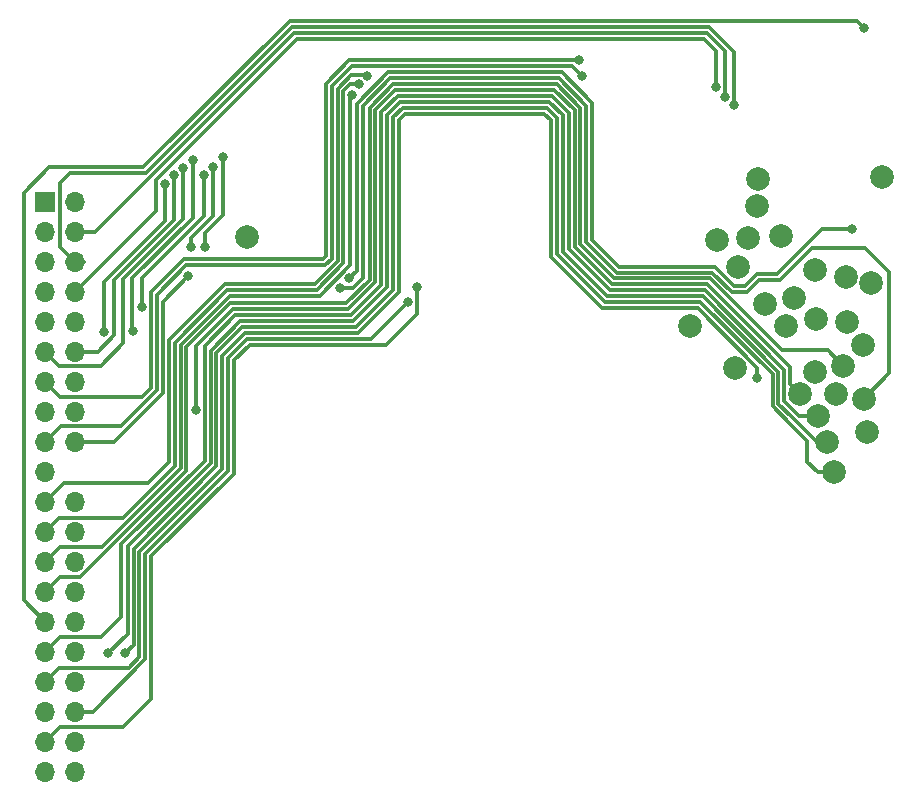
<source format=gbr>
%TF.GenerationSoftware,KiCad,Pcbnew,(5.1.6)-1*%
%TF.CreationDate,2020-08-21T18:39:33+02:00*%
%TF.ProjectId,Shiba GD-IDE,53686962-6120-4474-942d-4944452e6b69,rev?*%
%TF.SameCoordinates,Original*%
%TF.FileFunction,Copper,L2,Bot*%
%TF.FilePolarity,Positive*%
%FSLAX46Y46*%
G04 Gerber Fmt 4.6, Leading zero omitted, Abs format (unit mm)*
G04 Created by KiCad (PCBNEW (5.1.6)-1) date 2020-08-21 18:39:33*
%MOMM*%
%LPD*%
G01*
G04 APERTURE LIST*
%TA.AperFunction,ComponentPad*%
%ADD10O,1.700000X1.700000*%
%TD*%
%TA.AperFunction,ComponentPad*%
%ADD11R,1.700000X1.700000*%
%TD*%
%TA.AperFunction,ViaPad*%
%ADD12C,2.000000*%
%TD*%
%TA.AperFunction,ViaPad*%
%ADD13C,0.800000*%
%TD*%
%TA.AperFunction,Conductor*%
%ADD14C,0.300000*%
%TD*%
G04 APERTURE END LIST*
D10*
%TO.P,J1,40*%
%TO.N,GND*%
X109956600Y-139801600D03*
%TO.P,J1,39*%
%TO.N,Net-(J1-Pad39)*%
X107416600Y-139801600D03*
%TO.P,J1,38*%
%TO.N,TP256*%
X109956600Y-137261600D03*
%TO.P,J1,37*%
%TO.N,TP255*%
X107416600Y-137261600D03*
%TO.P,J1,36*%
%TO.N,TP254*%
X109956600Y-134721600D03*
%TO.P,J1,35*%
%TO.N,TP253*%
X107416600Y-134721600D03*
%TO.P,J1,34*%
%TO.N,Net-(J1-Pad34)*%
X109956600Y-132181600D03*
%TO.P,J1,33*%
%TO.N,TP252*%
X107416600Y-132181600D03*
%TO.P,J1,32*%
%TO.N,Net-(J1-Pad32)*%
X109956600Y-129641600D03*
%TO.P,J1,31*%
%TO.N,TP250*%
X107416600Y-129641600D03*
%TO.P,J1,30*%
%TO.N,GND*%
X109956600Y-127101600D03*
%TO.P,J1,29*%
%TO.N,TP249*%
X107416600Y-127101600D03*
%TO.P,J1,28*%
%TO.N,Net-(J1-Pad28)*%
X109956600Y-124561600D03*
%TO.P,J1,27*%
%TO.N,TP248*%
X107416600Y-124561600D03*
%TO.P,J1,26*%
%TO.N,GND*%
X109956600Y-122021600D03*
%TO.P,J1,25*%
%TO.N,TP247*%
X107416600Y-122021600D03*
%TO.P,J1,24*%
%TO.N,GND*%
X109956600Y-119481600D03*
%TO.P,J1,23*%
%TO.N,TP246*%
X107416600Y-119481600D03*
%TO.P,J1,22*%
%TO.N,GND*%
X109956600Y-116941600D03*
%TO.P,J1,21*%
%TO.N,TP245*%
X107416600Y-116941600D03*
%TO.P,J1,19*%
%TO.N,GND*%
X107416600Y-114401600D03*
%TO.P,J1,18*%
%TO.N,TP244*%
X109956600Y-111861600D03*
%TO.P,J1,17*%
%TO.N,TP242*%
X107416600Y-111861600D03*
%TO.P,J1,16*%
%TO.N,TP243*%
X109956600Y-109321600D03*
%TO.P,J1,15*%
%TO.N,TP241*%
X107416600Y-109321600D03*
%TO.P,J1,14*%
%TO.N,TP240*%
X109956600Y-106781600D03*
%TO.P,J1,13*%
%TO.N,TP238*%
X107416600Y-106781600D03*
%TO.P,J1,12*%
%TO.N,TP239*%
X109956600Y-104241600D03*
%TO.P,J1,11*%
%TO.N,TP237*%
X107416600Y-104241600D03*
%TO.P,J1,10*%
%TO.N,TP236*%
X109956600Y-101701600D03*
%TO.P,J1,9*%
%TO.N,TP234*%
X107416600Y-101701600D03*
%TO.P,J1,8*%
%TO.N,TP235*%
X109956600Y-99161600D03*
%TO.P,J1,7*%
%TO.N,TP233*%
X107416600Y-99161600D03*
%TO.P,J1,6*%
%TO.N,TP232*%
X109956600Y-96621600D03*
%TO.P,J1,5*%
%TO.N,TP230*%
X107416600Y-96621600D03*
%TO.P,J1,4*%
%TO.N,TP231*%
X109956600Y-94081600D03*
%TO.P,J1,3*%
%TO.N,TP229*%
X107416600Y-94081600D03*
%TO.P,J1,2*%
%TO.N,GND*%
X109956600Y-91541600D03*
D11*
%TO.P,J1,1*%
%TO.N,TP226*%
X107416600Y-91541600D03*
%TD*%
D12*
%TO.N,*%
X178282600Y-89433400D03*
%TO.N,GND*%
X124485400Y-94488000D03*
%TO.N,TP256*%
X174244000Y-114427000D03*
D13*
X114198400Y-129725637D03*
D12*
%TO.N,TP255*%
X176961800Y-111023400D03*
D13*
X175768000Y-93853000D03*
X138912600Y-98755200D03*
X133164556Y-98025730D03*
D12*
%TO.N,TP254*%
X176733200Y-108229400D03*
D13*
X138149087Y-100023687D03*
X132384798Y-98805487D03*
%TO.N,TP253*%
X112776000Y-129717800D03*
D12*
X173611102Y-111910298D03*
%TO.N,TP252*%
X174371000Y-107848400D03*
D13*
X167716200Y-106426000D03*
D12*
%TO.N,TP250*%
X172872400Y-109651800D03*
D13*
%TO.N,TP249*%
X176758598Y-76860400D03*
D12*
%TO.N,TP248*%
X174980600Y-105435400D03*
%TO.N,TP247*%
X176657000Y-103657400D03*
D13*
X133421707Y-82532545D03*
D12*
%TO.N,TP246*%
X175336200Y-101727000D03*
D13*
X134006747Y-81583973D03*
D12*
%TO.N,TP245*%
X172720000Y-101498400D03*
D13*
X134703836Y-80866971D03*
D12*
%TO.N,TP244*%
X172618400Y-105943400D03*
D13*
X119503373Y-97851947D03*
D12*
%TO.N,TP242*%
X170154600Y-102031788D03*
D13*
X152831800Y-80848200D03*
D12*
%TO.N,TP243*%
X171348411Y-107772200D03*
D13*
X120164912Y-109194600D03*
D12*
%TO.N,TP241*%
X170789600Y-99695000D03*
D13*
X119938800Y-88011000D03*
X114833400Y-102514400D03*
D12*
%TO.N,TP240*%
X177317400Y-98399600D03*
D13*
X117564610Y-90047316D03*
X112369600Y-102539798D03*
D12*
%TO.N,TP238*%
X168351200Y-100152200D03*
D13*
X152603200Y-79552800D03*
D12*
%TO.N,TP239*%
X175209200Y-97891600D03*
D13*
X118314620Y-89277932D03*
D12*
%TO.N,TP237*%
X172618400Y-97332800D03*
D13*
X119126000Y-88671400D03*
D12*
%TO.N,TP236*%
X165836600Y-105638600D03*
%TO.N,TP234*%
X169722800Y-94462600D03*
D13*
X120867332Y-89306400D03*
X115619742Y-100406200D03*
D12*
%TO.N,TP235*%
X166065200Y-97053400D03*
D13*
X164185602Y-81813400D03*
D12*
%TO.N,TP233*%
X162052000Y-102057200D03*
%TO.N,TP232*%
X166954200Y-94564200D03*
D13*
X165697610Y-83362800D03*
D12*
%TO.N,TP230*%
X167665400Y-91871800D03*
D13*
X121640600Y-88595198D03*
X119761000Y-95377000D03*
D12*
%TO.N,TP231*%
X164312600Y-94767400D03*
D13*
X164954113Y-82653264D03*
D12*
%TO.N,TP229*%
X167741600Y-89636600D03*
D13*
X122453400Y-87757000D03*
X120929400Y-95351598D03*
%TD*%
D14*
%TO.N,TP256*%
X174244000Y-114427000D02*
X174142400Y-114427000D01*
X114896553Y-120936803D02*
X114896552Y-129027485D01*
X124113009Y-102144545D02*
X121914943Y-104342613D01*
X121914942Y-113918412D02*
X114896553Y-120936803D01*
X174244000Y-114427000D02*
X172829787Y-114427000D01*
X172829787Y-114427000D02*
X171932600Y-113529813D01*
X168998082Y-106150325D02*
X162884104Y-100036347D01*
X114896552Y-129027485D02*
X114198400Y-129725637D01*
X150737438Y-84418970D02*
X149892464Y-83573996D01*
X136876744Y-98991098D02*
X133723296Y-102144545D01*
X149892464Y-83573996D02*
X137687467Y-83573996D01*
X137687467Y-83573996D02*
X136876745Y-84384718D01*
X133723296Y-102144545D02*
X124113009Y-102144545D01*
X121914943Y-104342613D02*
X121914942Y-113918412D01*
X136876745Y-84384718D02*
X136876744Y-98991098D01*
X150737438Y-95975970D02*
X150737438Y-84418970D01*
X154797815Y-100036347D02*
X150737438Y-95975970D01*
X162884104Y-100036347D02*
X154797815Y-100036347D01*
X168998082Y-108817689D02*
X168998082Y-106150325D01*
X170430602Y-110254343D02*
X168998082Y-108817689D01*
X171932600Y-111756341D02*
X170430602Y-110254343D01*
X171932600Y-113529813D02*
X171932600Y-111756341D01*
%TO.N,TP255*%
X133775399Y-97414887D02*
X133164556Y-98025730D01*
X133775399Y-83243331D02*
X133775399Y-97414887D01*
X136444802Y-80573929D02*
X133775399Y-83243331D01*
X166649400Y-98679000D02*
X165769485Y-98679000D01*
X175768000Y-93853000D02*
X173228000Y-93853000D01*
X164104232Y-97013747D02*
X156017947Y-97013747D01*
X153737504Y-83176304D02*
X151135129Y-80573929D01*
X167665398Y-97663002D02*
X166649400Y-98679000D01*
X169417999Y-97663001D02*
X167665398Y-97663002D01*
X173228000Y-93853000D02*
X169417999Y-97663001D01*
X156017947Y-97013747D02*
X153737504Y-94733304D01*
X153737504Y-94733304D02*
X153737504Y-83176304D01*
X165769485Y-98679000D02*
X164104232Y-97013747D01*
X151135129Y-80573929D02*
X136444802Y-80573929D01*
X138912600Y-101015800D02*
X138912600Y-98755200D01*
X136283822Y-103644578D02*
X138912600Y-101015800D01*
X124734342Y-103644578D02*
X136283822Y-103644578D01*
X123414973Y-104963947D02*
X124734342Y-103644578D01*
X123414973Y-114539747D02*
X123414973Y-104963947D01*
X116404573Y-121550147D02*
X123414973Y-114539747D01*
X116404573Y-133633278D02*
X116404573Y-121550147D01*
X114046251Y-135991600D02*
X116404573Y-133633278D01*
X108686600Y-135991600D02*
X114046251Y-135991600D01*
X107416600Y-137261600D02*
X108686600Y-135991600D01*
%TO.N,TP254*%
X133466518Y-98805487D02*
X132384798Y-98805487D01*
X134328164Y-97943841D02*
X133466518Y-98805487D01*
X134328164Y-83397689D02*
X134328164Y-97943841D01*
X136651913Y-81073940D02*
X134328164Y-83397689D01*
X150928018Y-81073940D02*
X136651913Y-81073940D01*
X153237493Y-83383415D02*
X150928018Y-81073940D01*
X153237493Y-94940415D02*
X153237493Y-83383415D01*
X155818825Y-97521747D02*
X153237493Y-94940415D01*
X163905110Y-97521747D02*
X155818825Y-97521747D01*
X165562373Y-99179010D02*
X163905110Y-97521747D01*
X169625110Y-98163012D02*
X167872510Y-98163012D01*
X172360322Y-95427800D02*
X169625110Y-98163012D01*
X176860200Y-95427800D02*
X172360322Y-95427800D01*
X178892200Y-97459800D02*
X176860200Y-95427800D01*
X178892200Y-106070400D02*
X178892200Y-97459800D01*
X176733200Y-108229400D02*
X178892200Y-106070400D01*
X166856511Y-99179011D02*
X165562373Y-99179010D01*
X167872510Y-98163012D02*
X166856511Y-99179011D01*
X122914962Y-114332636D02*
X122914963Y-104756835D01*
X122914963Y-104756835D02*
X124527231Y-103144567D01*
X115896573Y-121351025D02*
X122914962Y-114332636D01*
X135028207Y-103144567D02*
X138149087Y-100023687D01*
X124527231Y-103144567D02*
X135028207Y-103144567D01*
X115896573Y-130274408D02*
X115896573Y-121351025D01*
X111449381Y-134721600D02*
X115896573Y-130274408D01*
X109956600Y-134721600D02*
X111449381Y-134721600D01*
%TO.N,TP253*%
X172794100Y-111910298D02*
X173611102Y-111910298D01*
X114396542Y-128097258D02*
X114396542Y-120704292D01*
X121414933Y-104135501D02*
X123905898Y-101644534D01*
X151237449Y-84211859D02*
X151237450Y-95768860D01*
X123905898Y-101644534D02*
X133516185Y-101644534D01*
X136376735Y-84177606D02*
X137480356Y-83073985D01*
X163091215Y-99536336D02*
X169498093Y-105943214D01*
X169498093Y-105943214D02*
X169498093Y-108611000D01*
X136376734Y-98783986D02*
X136376735Y-84177606D01*
X170638625Y-109754823D02*
X172794100Y-111910298D01*
X150099575Y-83073985D02*
X151237449Y-84211859D01*
X121414932Y-113685902D02*
X121414933Y-104135501D01*
X133516185Y-101644534D02*
X136376734Y-98783986D01*
X112776000Y-129717800D02*
X114396542Y-128097258D01*
X114396542Y-120704292D02*
X121414932Y-113685902D01*
X151237450Y-95768860D02*
X155004926Y-99536336D01*
X137480356Y-83073985D02*
X150099575Y-83073985D01*
X155004926Y-99536336D02*
X163091215Y-99536336D01*
X169498093Y-108611000D02*
X169498689Y-108611597D01*
X169498689Y-108611597D02*
X170638625Y-109754823D01*
%TO.N,TP252*%
X174371000Y-107848400D02*
X174565602Y-107848400D01*
X122414952Y-114125524D02*
X122414953Y-104549723D01*
X114482217Y-130981599D02*
X115396562Y-130067254D01*
X167716200Y-105575565D02*
X167716200Y-106426000D01*
X137894578Y-84074007D02*
X149685353Y-84074007D01*
X137376756Y-99206364D02*
X137376756Y-84591829D01*
X107416600Y-132181600D02*
X108616601Y-130981599D01*
X154590704Y-100536358D02*
X162676993Y-100536358D01*
X162676993Y-100536358D02*
X167716200Y-105575565D01*
X115396563Y-121143913D02*
X122414952Y-114125524D01*
X150237427Y-84626081D02*
X150237427Y-96183081D01*
X150237427Y-96183081D02*
X154590704Y-100536358D01*
X149685353Y-84074007D02*
X150237427Y-84626081D01*
X137376756Y-84591829D02*
X137894578Y-84074007D01*
X133938564Y-102644556D02*
X137376756Y-99206364D01*
X124320120Y-102644556D02*
X133938564Y-102644556D01*
X122414953Y-104549723D02*
X124320120Y-102644556D01*
X115396562Y-130067254D02*
X115396563Y-121143913D01*
X108616601Y-130981599D02*
X114482217Y-130981599D01*
%TO.N,TP250*%
X123508757Y-101144523D02*
X133309074Y-101144523D01*
X169998401Y-108404609D02*
X171245592Y-109651800D01*
X135876723Y-98576875D02*
X135876725Y-83970494D01*
X155197491Y-99021777D02*
X163283778Y-99021777D01*
X163283778Y-99021777D02*
X169998401Y-105736400D01*
X108661200Y-128397000D02*
X112141909Y-128397000D01*
X112141909Y-128397000D02*
X113872562Y-126666347D01*
X113872563Y-120521149D02*
X120914922Y-113478790D01*
X133309074Y-101144523D02*
X135876723Y-98576875D01*
X151737460Y-84004748D02*
X151737460Y-95561748D01*
X171245592Y-109651800D02*
X172872400Y-109651800D01*
X169998401Y-105736400D02*
X169998401Y-108404609D01*
X150306687Y-82573975D02*
X151737460Y-84004748D01*
X107416600Y-129641600D02*
X108661200Y-128397000D01*
X135876725Y-83970494D02*
X137273245Y-82573974D01*
X120914922Y-103738358D02*
X123508757Y-101144523D01*
X137273245Y-82573974D02*
X150306687Y-82573975D01*
X120914922Y-113478790D02*
X120914922Y-103738358D01*
X113872562Y-126666347D02*
X113872563Y-120521149D01*
X151737460Y-95561748D02*
X155197491Y-99021777D01*
%TO.N,TP249*%
X115722400Y-88620600D02*
X128111199Y-76231801D01*
X107416600Y-127101600D02*
X105587800Y-125272800D01*
X105587800Y-90805000D02*
X107772200Y-88620600D01*
X176129999Y-76231801D02*
X176758598Y-76860400D01*
X105587800Y-125272800D02*
X105587800Y-90805000D01*
X128111199Y-76231801D02*
X176129999Y-76231801D01*
X107772200Y-88620600D02*
X115722400Y-88620600D01*
%TO.N,TP248*%
X134876702Y-83556273D02*
X134876702Y-98150418D01*
X152737481Y-83590525D02*
X150720907Y-81573951D01*
X152737482Y-95147526D02*
X152737481Y-83590525D01*
X163697999Y-98021758D02*
X155611713Y-98021757D01*
X169790841Y-104114600D02*
X163697999Y-98021758D01*
X173659800Y-104114600D02*
X169790841Y-104114600D01*
X174980600Y-105435400D02*
X173659800Y-104114600D01*
X119376373Y-103862663D02*
X119376373Y-114310217D01*
X136859024Y-81573951D02*
X134876702Y-83556273D01*
X132882616Y-100144504D02*
X123094531Y-100144505D01*
X108686600Y-123291600D02*
X107416600Y-124561600D01*
X134876702Y-98150418D02*
X132882616Y-100144504D01*
X150720907Y-81573951D02*
X136859024Y-81573951D01*
X119376373Y-114310217D02*
X110394990Y-123291600D01*
X155611713Y-98021757D02*
X152737482Y-95147526D01*
X123094531Y-100144505D02*
X119376373Y-103862663D01*
X110394990Y-123291600D02*
X108686600Y-123291600D01*
%TO.N,TP247*%
X118876362Y-114095880D02*
X118876363Y-103655551D01*
X133220234Y-96909374D02*
X133220234Y-82734018D01*
X107416600Y-122021600D02*
X108686600Y-120751600D01*
X130653492Y-99476116D02*
X133220234Y-96909374D01*
X123055796Y-99476116D02*
X130653492Y-99476116D01*
X118876363Y-103655551D02*
X123055796Y-99476116D01*
X112220642Y-120751600D02*
X118876362Y-114095880D01*
X108686600Y-120751600D02*
X112220642Y-120751600D01*
X133220234Y-82734018D02*
X133421707Y-82532545D01*
%TO.N,TP246*%
X132671697Y-82174669D02*
X133262393Y-81583973D01*
X107416600Y-119481600D02*
X108616601Y-118281599D01*
X130446381Y-98976105D02*
X132671697Y-96750789D01*
X132671697Y-96750789D02*
X132671697Y-82174669D01*
X118376353Y-103448439D02*
X122848685Y-98976105D01*
X122848685Y-98976105D02*
X130446381Y-98976105D01*
X118376352Y-113888768D02*
X118376353Y-103448439D01*
X113983521Y-118281599D02*
X118376352Y-113888768D01*
X108616601Y-118281599D02*
X113983521Y-118281599D01*
X133262393Y-81583973D02*
X134006747Y-81583973D01*
%TO.N,TP245*%
X133305272Y-80833972D02*
X134670837Y-80833972D01*
X117876343Y-103241327D02*
X122641574Y-98476094D01*
X109042200Y-115316000D02*
X116114998Y-115316000D01*
X107416600Y-116941600D02*
X109042200Y-115316000D01*
X116114998Y-115316000D02*
X117876342Y-113554656D01*
X117876342Y-113554656D02*
X117876343Y-103241327D01*
X132171687Y-81967557D02*
X133305272Y-80833972D01*
X134670837Y-80833972D02*
X134703836Y-80866971D01*
X122641574Y-98476094D02*
X130239270Y-98476094D01*
X130239270Y-98476094D02*
X132171686Y-96543678D01*
X132171686Y-96543678D02*
X132171687Y-81967557D01*
%TO.N,TP244*%
X117369773Y-107717780D02*
X117369773Y-99985547D01*
X113225953Y-111861600D02*
X117369773Y-107717780D01*
X109956600Y-111861600D02*
X113225953Y-111861600D01*
X117369773Y-99985547D02*
X119503373Y-97851947D01*
%TO.N,TP242*%
X119370039Y-96893081D02*
X131115163Y-96893081D01*
X133358204Y-80073918D02*
X152057518Y-80073918D01*
X108756599Y-110521601D02*
X113858830Y-110521601D01*
X152057518Y-80073918D02*
X152831800Y-80848200D01*
X131671671Y-96336571D02*
X131671672Y-81760450D01*
X131671672Y-81760450D02*
X133358204Y-80073918D01*
X131115163Y-96893081D02*
X131671671Y-96336571D01*
X116869762Y-99393358D02*
X119370039Y-96893081D01*
X116869762Y-107510669D02*
X116869762Y-99393358D01*
X113858830Y-110521601D02*
X116869762Y-107510669D01*
X107416600Y-111861600D02*
X108756599Y-110521601D01*
%TO.N,TP243*%
X120164912Y-103781246D02*
X120164912Y-109194600D01*
X170498412Y-106922201D02*
X170498412Y-105529293D01*
X133089727Y-100644515D02*
X123301643Y-100644515D01*
X152237471Y-95354637D02*
X152237471Y-83797637D01*
X170498412Y-105529293D02*
X163490887Y-98521768D01*
X152237471Y-83797637D02*
X150513797Y-82073963D01*
X163490887Y-98521768D02*
X155404601Y-98521767D01*
X150513797Y-82073963D02*
X137066133Y-82073964D01*
X135376713Y-83763384D02*
X135376712Y-98357530D01*
X123301643Y-100644515D02*
X120164912Y-103781246D01*
X135376712Y-98357530D02*
X133089727Y-100644515D01*
X137066133Y-82073964D02*
X135376713Y-83763384D01*
X171348411Y-107772200D02*
X170498412Y-106922201D01*
X155404601Y-98521767D02*
X152237471Y-95354637D01*
%TO.N,TP241*%
X114802118Y-102483118D02*
X114833400Y-102514400D01*
X119938800Y-88011000D02*
X119938800Y-92875566D01*
X114802118Y-98012248D02*
X114802118Y-102483118D01*
X119938800Y-92875566D02*
X114802118Y-98012248D01*
%TO.N,TP240*%
X117564610Y-93128390D02*
X112369600Y-98323400D01*
X112369600Y-98323400D02*
X112369600Y-102539798D01*
X117564610Y-90047316D02*
X117564610Y-93128390D01*
%TO.N,TP238*%
X133172200Y-79552800D02*
X152603200Y-79552800D01*
X115596309Y-108077000D02*
X116369752Y-107303557D01*
X131171662Y-81553338D02*
X133172200Y-79552800D01*
X116369752Y-107303557D02*
X116369752Y-99186246D01*
X119162928Y-96393070D02*
X130908052Y-96393070D01*
X131171661Y-96129461D02*
X131171662Y-81553338D01*
X108712000Y-108077000D02*
X115596309Y-108077000D01*
X130908052Y-96393070D02*
X131171661Y-96129461D01*
X116369752Y-99186246D02*
X119162928Y-96393070D01*
X107416600Y-106781600D02*
X108712000Y-108077000D01*
%TO.N,TP239*%
X113284000Y-98116122D02*
X118314620Y-93085502D01*
X118314620Y-93085502D02*
X118314620Y-89277932D01*
X113284000Y-102844600D02*
X113284000Y-98116122D01*
X109956600Y-104241600D02*
X111887000Y-104241600D01*
X111887000Y-104241600D02*
X113284000Y-102844600D01*
%TO.N,TP237*%
X108616601Y-105441601D02*
X112109399Y-105441601D01*
X107416600Y-104241600D02*
X108616601Y-105441601D01*
X119126000Y-92981244D02*
X119126000Y-88671400D01*
X112109399Y-105441601D02*
X114020600Y-103530400D01*
X114020600Y-98086644D02*
X119126000Y-92981244D01*
X114020600Y-103530400D02*
X114020600Y-98086644D01*
%TO.N,TP234*%
X120867332Y-89306400D02*
X120867332Y-92699667D01*
X120867332Y-92699667D02*
X115619742Y-97947257D01*
X115619742Y-97947257D02*
X115619742Y-100406200D01*
%TO.N,TP235*%
X128713532Y-77750834D02*
X163196434Y-77750834D01*
X163196434Y-77750834D02*
X164185602Y-78740002D01*
X116814600Y-92303600D02*
X116814600Y-89649766D01*
X109956600Y-99161600D02*
X116814600Y-92303600D01*
X164185602Y-78740002D02*
X164185602Y-81813400D01*
X116814600Y-89649766D02*
X128713532Y-77750834D01*
%TO.N,TP232*%
X109956600Y-96621600D02*
X110667800Y-96621600D01*
X165709600Y-83350810D02*
X165697610Y-83362800D01*
X165709600Y-78816200D02*
X165709600Y-83350810D01*
X163644212Y-76750812D02*
X165709600Y-78816200D01*
X128299310Y-76750812D02*
X163644212Y-76750812D01*
X108712000Y-89942309D02*
X109533699Y-89120610D01*
X109956600Y-96621600D02*
X108712000Y-95377000D01*
X108712000Y-95377000D02*
X108712000Y-89942309D01*
X109533699Y-89120610D02*
X115929512Y-89120610D01*
X115929512Y-89120610D02*
X128299310Y-76750812D01*
%TO.N,TP230*%
X119761000Y-94589600D02*
X119761000Y-95377000D01*
X121640600Y-88595198D02*
X121640600Y-92710000D01*
X121640600Y-92710000D02*
X119761000Y-94589600D01*
%TO.N,TP231*%
X109956600Y-94081600D02*
X111675644Y-94081600D01*
X111675644Y-94081600D02*
X128506421Y-77250823D01*
X128506421Y-77250823D02*
X163437101Y-77250823D01*
X164954113Y-82087579D02*
X164954113Y-82653264D01*
X164954113Y-78767835D02*
X164954113Y-82087579D01*
X163437101Y-77250823D02*
X164954113Y-78767835D01*
%TO.N,TP229*%
X120929400Y-94208600D02*
X120929400Y-95351598D01*
X122453400Y-87757000D02*
X122453400Y-92684600D01*
X122453400Y-92684600D02*
X120929400Y-94208600D01*
%TD*%
M02*

</source>
